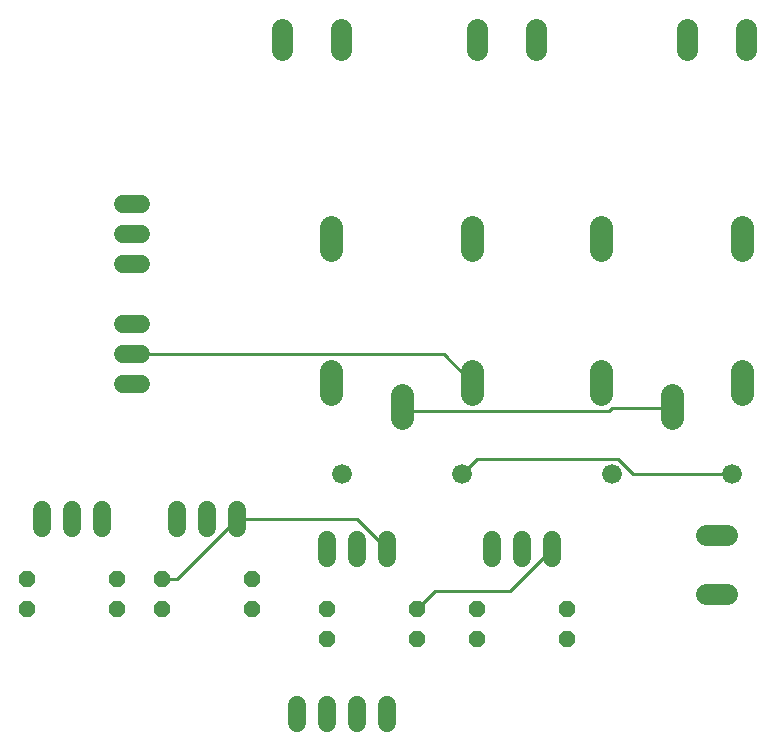
<source format=gbr>
G04 EAGLE Gerber RS-274X export*
G75*
%MOMM*%
%FSLAX34Y34*%
%LPD*%
%INBottom Copper*%
%IPPOS*%
%AMOC8*
5,1,8,0,0,1.08239X$1,22.5*%
G01*
%ADD10C,1.790700*%
%ADD11C,1.981200*%
%ADD12C,1.524000*%
%ADD13P,1.429621X8X202.500000*%
%ADD14C,1.508000*%
%ADD15P,1.429621X8X22.500000*%
%ADD16C,1.676400*%
%ADD17C,0.254000*%


D10*
X643954Y216300D02*
X626047Y216300D01*
X626047Y266300D02*
X643954Y266300D01*
X660000Y676847D02*
X660000Y694754D01*
X610000Y694754D02*
X610000Y676847D01*
X317100Y676847D02*
X317100Y694754D01*
X267100Y694754D02*
X267100Y676847D01*
D11*
X368300Y384556D02*
X368300Y364744D01*
X427990Y385064D02*
X427990Y404876D01*
X308610Y404876D02*
X308610Y385064D01*
X308610Y506984D02*
X308610Y526796D01*
X427990Y526796D02*
X427990Y506984D01*
X596900Y384556D02*
X596900Y364744D01*
X656590Y385064D02*
X656590Y404876D01*
X537210Y404876D02*
X537210Y385064D01*
X537210Y506984D02*
X537210Y526796D01*
X656590Y526796D02*
X656590Y506984D01*
D10*
X482200Y676847D02*
X482200Y694754D01*
X432200Y694754D02*
X432200Y676847D01*
D12*
X304800Y261620D02*
X304800Y246380D01*
X330200Y246380D02*
X330200Y261620D01*
X355600Y261620D02*
X355600Y246380D01*
X444500Y246380D02*
X444500Y261620D01*
X469900Y261620D02*
X469900Y246380D01*
X495300Y246380D02*
X495300Y261620D01*
D13*
X381000Y203200D03*
X304800Y203200D03*
X508000Y203200D03*
X431800Y203200D03*
D14*
X147240Y546100D02*
X132160Y546100D01*
X132160Y520700D02*
X147240Y520700D01*
X147240Y495300D02*
X132160Y495300D01*
X132160Y444500D02*
X147240Y444500D01*
X147240Y419100D02*
X132160Y419100D01*
X132160Y393700D02*
X147240Y393700D01*
D12*
X177800Y287020D02*
X177800Y271780D01*
X203200Y271780D02*
X203200Y287020D01*
X228600Y287020D02*
X228600Y271780D01*
X63500Y271780D02*
X63500Y287020D01*
X88900Y287020D02*
X88900Y271780D01*
X114300Y271780D02*
X114300Y287020D01*
D13*
X127000Y228600D03*
X50800Y228600D03*
D15*
X165100Y228600D03*
X241300Y228600D03*
D13*
X508000Y177800D03*
X431800Y177800D03*
X381000Y177800D03*
X304800Y177800D03*
D15*
X165100Y203200D03*
X241300Y203200D03*
D13*
X127000Y203200D03*
X50800Y203200D03*
D16*
X317500Y317500D03*
X419100Y317500D03*
X546100Y317500D03*
X647700Y317500D03*
D12*
X355600Y121920D02*
X355600Y106680D01*
X330200Y106680D02*
X330200Y121920D01*
X304800Y121920D02*
X304800Y106680D01*
X279400Y106680D02*
X279400Y121920D01*
D17*
X546100Y373380D02*
X596900Y373380D01*
X546100Y373380D02*
X543560Y370840D01*
X370840Y370840D01*
X368300Y373380D01*
X596900Y373380D02*
X596900Y374650D01*
X368300Y374650D02*
X368300Y373380D01*
X228600Y279400D02*
X177800Y228600D01*
X165100Y228600D01*
X330200Y279400D02*
X355600Y254000D01*
X330200Y279400D02*
X228600Y279400D01*
X459740Y218440D02*
X495300Y254000D01*
X459740Y218440D02*
X396240Y218440D01*
X381000Y203200D01*
X403860Y419100D02*
X139700Y419100D01*
X403860Y419100D02*
X427990Y394970D01*
X563880Y317500D02*
X647700Y317500D01*
X563880Y317500D02*
X551180Y330200D01*
X431800Y330200D01*
X419100Y317500D01*
M02*

</source>
